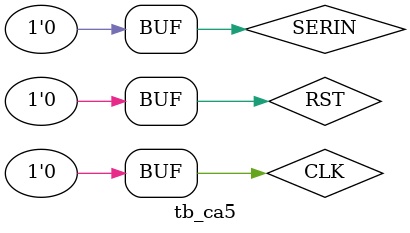
<source format=v>
`timescale 1ns/1ns
module tb_ca5();
    reg CLK = 0;
    reg RST = 0;
    reg SERIN = 0;
    wire SEROUT;

    Ca4Top UUT(.clk(CLK), .rst(RST), .SerIn(SERIN), .SerOut(SEROUT));
    initial repeat(1000) #500 CLK = ~CLK;
    initial begin
    #80 SERIN = 0;
    #1150 SERIN = 1;
    //from here sequence starts
    #1000 SERIN = 0;
    #1000 SERIN = 1;
    #1000 SERIN = 1;
    #1000 SERIN = 1;
    #1000 SERIN = 1;
    #1000 SERIN = 1;
    #1000 SERIN = 0;
    #1000 SERIN = 1;
    #1000 SERIN = 1;
    #1000 SERIN = 1;
    #1000 SERIN = 0;
    #1000 SERIN = 0;
    #1000 SERIN = 0;
    #1000 SERIN = 0;
    #1000 SERIN = 0;
    #1000 SERIN = 1;
    #1000 SERIN = 0;
    #1000 SERIN = 1;
    #1000 SERIN = 0;
    #1000 SERIN = 1;
    #1000 SERIN = 0;
    #1000 SERIN = 1;
    #1000 SERIN = 0;
    #1000 SERIN = 1;
    #1000 SERIN = 0;
    #1000 SERIN = 0;
    #1000 SERIN = 0;
    #1000 SERIN = 0;
    #1000 SERIN = 1;
    #1000 SERIN = 1;
    #1000 SERIN = 1;
    #1000 SERIN = 1;
    #1000 SERIN = 1;
    #1000 SERIN = 0;
    #1000 SERIN = 1;
    #1000 SERIN = 1;
    #1000 SERIN = 1;
    #1000 SERIN = 0;
    #1000 SERIN = 0;
    #1000 SERIN = 0;
    #1000 SERIN = 0;
    #1000 SERIN = 0;
    #1000 SERIN = 1;
    #1000 SERIN = 0;
    #1000 SERIN = 1;
    #1000 SERIN = 0;
    #1000 SERIN = 1;
    #1000 SERIN = 0;
    #1000 SERIN = 1;
    #1000 SERIN = 0;
    end
endmodule

</source>
